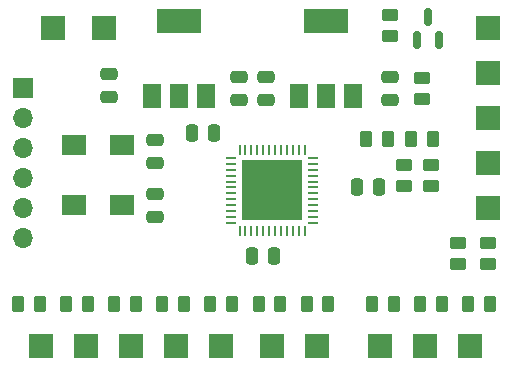
<source format=gts>
%TF.GenerationSoftware,KiCad,Pcbnew,(6.0.5)*%
%TF.CreationDate,2023-05-04T10:00:40-06:00*%
%TF.ProjectId,NES_JP_MOD,4e45535f-4a50-45f4-9d4f-442e6b696361,rev?*%
%TF.SameCoordinates,Original*%
%TF.FileFunction,Soldermask,Top*%
%TF.FilePolarity,Negative*%
%FSLAX46Y46*%
G04 Gerber Fmt 4.6, Leading zero omitted, Abs format (unit mm)*
G04 Created by KiCad (PCBNEW (6.0.5)) date 2023-05-04 10:00:40*
%MOMM*%
%LPD*%
G01*
G04 APERTURE LIST*
G04 Aperture macros list*
%AMRoundRect*
0 Rectangle with rounded corners*
0 $1 Rounding radius*
0 $2 $3 $4 $5 $6 $7 $8 $9 X,Y pos of 4 corners*
0 Add a 4 corners polygon primitive as box body*
4,1,4,$2,$3,$4,$5,$6,$7,$8,$9,$2,$3,0*
0 Add four circle primitives for the rounded corners*
1,1,$1+$1,$2,$3*
1,1,$1+$1,$4,$5*
1,1,$1+$1,$6,$7*
1,1,$1+$1,$8,$9*
0 Add four rect primitives between the rounded corners*
20,1,$1+$1,$2,$3,$4,$5,0*
20,1,$1+$1,$4,$5,$6,$7,0*
20,1,$1+$1,$6,$7,$8,$9,0*
20,1,$1+$1,$8,$9,$2,$3,0*%
G04 Aperture macros list end*
%ADD10RoundRect,0.250000X0.262500X0.450000X-0.262500X0.450000X-0.262500X-0.450000X0.262500X-0.450000X0*%
%ADD11RoundRect,0.250000X-0.262500X-0.450000X0.262500X-0.450000X0.262500X0.450000X-0.262500X0.450000X0*%
%ADD12RoundRect,0.250000X-0.475000X0.250000X-0.475000X-0.250000X0.475000X-0.250000X0.475000X0.250000X0*%
%ADD13R,2.000000X2.000000*%
%ADD14RoundRect,0.250000X-0.450000X0.262500X-0.450000X-0.262500X0.450000X-0.262500X0.450000X0.262500X0*%
%ADD15RoundRect,0.250000X0.250000X0.475000X-0.250000X0.475000X-0.250000X-0.475000X0.250000X-0.475000X0*%
%ADD16R,2.000000X1.800000*%
%ADD17RoundRect,0.250000X0.475000X-0.250000X0.475000X0.250000X-0.475000X0.250000X-0.475000X-0.250000X0*%
%ADD18RoundRect,0.250000X0.450000X-0.262500X0.450000X0.262500X-0.450000X0.262500X-0.450000X-0.262500X0*%
%ADD19RoundRect,0.250000X-0.250000X-0.475000X0.250000X-0.475000X0.250000X0.475000X-0.250000X0.475000X0*%
%ADD20R,1.500000X2.000000*%
%ADD21R,3.800000X2.000000*%
%ADD22RoundRect,0.150000X0.150000X-0.587500X0.150000X0.587500X-0.150000X0.587500X-0.150000X-0.587500X0*%
%ADD23RoundRect,0.062500X-0.375000X-0.062500X0.375000X-0.062500X0.375000X0.062500X-0.375000X0.062500X0*%
%ADD24RoundRect,0.062500X-0.062500X-0.375000X0.062500X-0.375000X0.062500X0.375000X-0.062500X0.375000X0*%
%ADD25R,5.150000X5.150000*%
%ADD26R,1.700000X1.700000*%
%ADD27O,1.700000X1.700000*%
G04 APERTURE END LIST*
D10*
%TO.C,R6*%
X153566500Y-102108000D03*
X151741500Y-102108000D03*
%TD*%
D11*
%TO.C,R16*%
X125833500Y-102108000D03*
X127658500Y-102108000D03*
%TD*%
D12*
%TO.C,C2*%
X136398000Y-82870000D03*
X136398000Y-84770000D03*
%TD*%
D13*
%TO.C,TP6*%
X134874000Y-105664000D03*
%TD*%
D11*
%TO.C,R17*%
X121769500Y-102108000D03*
X123594500Y-102108000D03*
%TD*%
D14*
%TO.C,R13*%
X150368000Y-90273500D03*
X150368000Y-92098500D03*
%TD*%
D15*
%TO.C,C7*%
X139380000Y-98044000D03*
X137480000Y-98044000D03*
%TD*%
D12*
%TO.C,C1*%
X149205525Y-82870000D03*
X149205525Y-84770000D03*
%TD*%
D16*
%TO.C,X1*%
X122460000Y-88646000D03*
X122460000Y-93726000D03*
X126460000Y-93726000D03*
X126460000Y-88646000D03*
%TD*%
D13*
%TO.C,TP10*%
X152146000Y-105664000D03*
%TD*%
D17*
%TO.C,C6*%
X129286000Y-94676000D03*
X129286000Y-92776000D03*
%TD*%
D18*
%TO.C,R12*%
X152654000Y-92098500D03*
X152654000Y-90273500D03*
%TD*%
D13*
%TO.C,TP11*%
X155956000Y-105664000D03*
%TD*%
D18*
%TO.C,R3*%
X154940000Y-98702500D03*
X154940000Y-96877500D03*
%TD*%
D10*
%TO.C,R7*%
X149502500Y-102108000D03*
X147677500Y-102108000D03*
%TD*%
D18*
%TO.C,R2*%
X149205525Y-79412629D03*
X149205525Y-77587629D03*
%TD*%
D13*
%TO.C,TP4*%
X127254000Y-105664000D03*
%TD*%
D12*
%TO.C,C5*%
X129286000Y-88204000D03*
X129286000Y-90104000D03*
%TD*%
%TO.C,C3*%
X138684000Y-82870000D03*
X138684000Y-84770000D03*
%TD*%
D19*
%TO.C,C8*%
X146370000Y-92202000D03*
X148270000Y-92202000D03*
%TD*%
D11*
%TO.C,R14*%
X133961500Y-102108000D03*
X135786500Y-102108000D03*
%TD*%
D13*
%TO.C,TP9*%
X148336000Y-105664000D03*
%TD*%
D20*
%TO.C,U2*%
X141464000Y-84430000D03*
D21*
X143764000Y-78130000D03*
D20*
X143764000Y-84430000D03*
X146064000Y-84430000D03*
%TD*%
D13*
%TO.C,TP5*%
X131064000Y-105664000D03*
%TD*%
D10*
%TO.C,R9*%
X148994500Y-88138000D03*
X147169500Y-88138000D03*
%TD*%
D13*
%TO.C,TP8*%
X143025500Y-105664000D03*
%TD*%
D18*
%TO.C,R4*%
X157480000Y-98702500D03*
X157480000Y-96877500D03*
%TD*%
D12*
%TO.C,C4*%
X125349000Y-82616000D03*
X125349000Y-84516000D03*
%TD*%
D13*
%TO.C,TP12*%
X157480000Y-93980000D03*
%TD*%
D15*
%TO.C,C9*%
X134300000Y-87630000D03*
X132400000Y-87630000D03*
%TD*%
D13*
%TO.C,TP3*%
X123444000Y-105664000D03*
%TD*%
D18*
%TO.C,R1*%
X151892000Y-84732500D03*
X151892000Y-82907500D03*
%TD*%
D13*
%TO.C,TP16*%
X124968000Y-78740000D03*
%TD*%
%TO.C,TP2*%
X119634000Y-105664000D03*
%TD*%
D22*
%TO.C,Q1*%
X151450000Y-79677500D03*
X153350000Y-79677500D03*
X152400000Y-77802500D03*
%TD*%
D20*
%TO.C,U3*%
X129018000Y-84430000D03*
X131318000Y-84430000D03*
D21*
X131318000Y-78130000D03*
D20*
X133618000Y-84430000D03*
%TD*%
D23*
%TO.C,U1*%
X135754500Y-89706000D03*
X135754500Y-90206000D03*
X135754500Y-90706000D03*
X135754500Y-91206000D03*
X135754500Y-91706000D03*
X135754500Y-92206000D03*
X135754500Y-92706000D03*
X135754500Y-93206000D03*
X135754500Y-93706000D03*
X135754500Y-94206000D03*
X135754500Y-94706000D03*
X135754500Y-95206000D03*
D24*
X136442000Y-95893500D03*
X136942000Y-95893500D03*
X137442000Y-95893500D03*
X137942000Y-95893500D03*
X138442000Y-95893500D03*
X138942000Y-95893500D03*
X139442000Y-95893500D03*
X139942000Y-95893500D03*
X140442000Y-95893500D03*
X140942000Y-95893500D03*
X141442000Y-95893500D03*
X141942000Y-95893500D03*
D23*
X142629500Y-95206000D03*
X142629500Y-94706000D03*
X142629500Y-94206000D03*
X142629500Y-93706000D03*
X142629500Y-93206000D03*
X142629500Y-92706000D03*
X142629500Y-92206000D03*
X142629500Y-91706000D03*
X142629500Y-91206000D03*
X142629500Y-90706000D03*
X142629500Y-90206000D03*
X142629500Y-89706000D03*
D24*
X141942000Y-89018500D03*
X141442000Y-89018500D03*
X140942000Y-89018500D03*
X140442000Y-89018500D03*
X139942000Y-89018500D03*
X139442000Y-89018500D03*
X138942000Y-89018500D03*
X138442000Y-89018500D03*
X137942000Y-89018500D03*
X137442000Y-89018500D03*
X136942000Y-89018500D03*
X136442000Y-89018500D03*
D25*
X139192000Y-92456000D03*
%TD*%
D13*
%TO.C,TP13*%
X157480000Y-90170000D03*
%TD*%
D26*
%TO.C,J1*%
X118110000Y-83820000D03*
D27*
X118110000Y-86360000D03*
X118110000Y-88900000D03*
X118110000Y-91440000D03*
X118110000Y-93980000D03*
X118110000Y-96520000D03*
%TD*%
D11*
%TO.C,R15*%
X129897500Y-102108000D03*
X131722500Y-102108000D03*
%TD*%
D13*
%TO.C,TP7*%
X139215500Y-105664000D03*
%TD*%
%TO.C,TP14*%
X157480000Y-82550000D03*
%TD*%
D10*
%TO.C,R8*%
X152804500Y-88138000D03*
X150979500Y-88138000D03*
%TD*%
%TO.C,R11*%
X139874000Y-102108000D03*
X138049000Y-102108000D03*
%TD*%
D11*
%TO.C,R18*%
X117705500Y-102108000D03*
X119530500Y-102108000D03*
%TD*%
D10*
%TO.C,R10*%
X143938000Y-102108000D03*
X142113000Y-102108000D03*
%TD*%
D13*
%TO.C,TP15*%
X157480000Y-86360000D03*
%TD*%
%TO.C,TP17*%
X120650000Y-78740000D03*
%TD*%
%TO.C,TP1*%
X157480000Y-78740000D03*
%TD*%
D10*
%TO.C,R5*%
X157630500Y-102108000D03*
X155805500Y-102108000D03*
%TD*%
M02*

</source>
